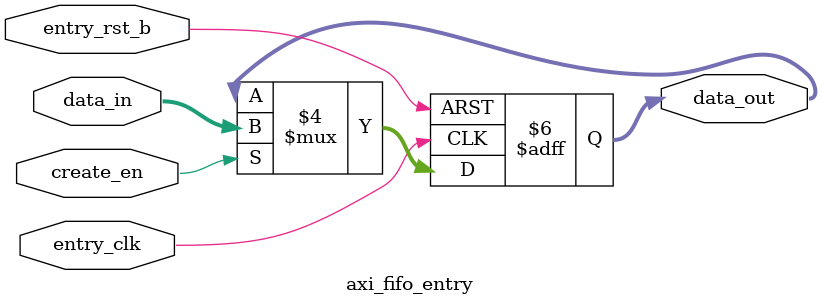
<source format=v>

/*Copyright 2019-2021 T-Head Semiconductor Co., Ltd.

Licensed under the Apache License, Version 2.0 (the "License");
you may not use this file except in compliance with the License.
You may obtain a copy of the License at

    http://www.apache.org/licenses/LICENSE-2.0

Unless required by applicable law or agreed to in writing, software
distributed under the License is distributed on an "AS IS" BASIS,
WITHOUT WARRANTIES OR CONDITIONS OF ANY KIND, either express or implied.
See the License for the specific language governing permissions and
limitations under the License.
*/



















module axi_fifo_entry(
  create_en,
  data_in,
  data_out,
  entry_clk,
  entry_rst_b
);


input           create_en;  
input   [70:0]  data_in;    
input           entry_clk;  
input           entry_rst_b; 
output  [70:0]  data_out;   


reg     [70:0]  data_out;   


wire            create_en;  
wire    [70:0]  data_in;    
wire            entry_clk;  
wire            entry_rst_b; 


always @(posedge entry_clk or negedge entry_rst_b)
begin
  if (!entry_rst_b)
    data_out[70:0] <= 71'b0;
  else if (create_en)
    data_out[70:0] <= data_in[70:0];
  else
    data_out[70:0] <= data_out[70:0];
end







endmodule



</source>
